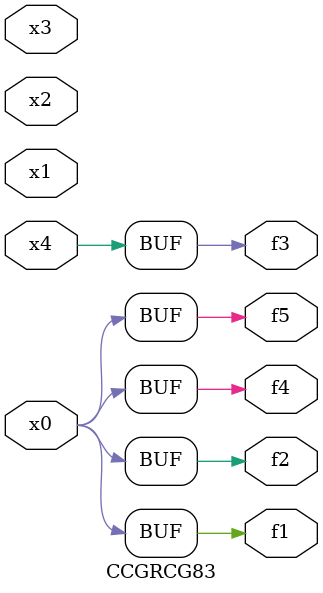
<source format=v>
module CCGRCG83(
	input x0, x1, x2, x3, x4,
	output f1, f2, f3, f4, f5
);
	assign f1 = x0;
	assign f2 = x0;
	assign f3 = x4;
	assign f4 = x0;
	assign f5 = x0;
endmodule

</source>
